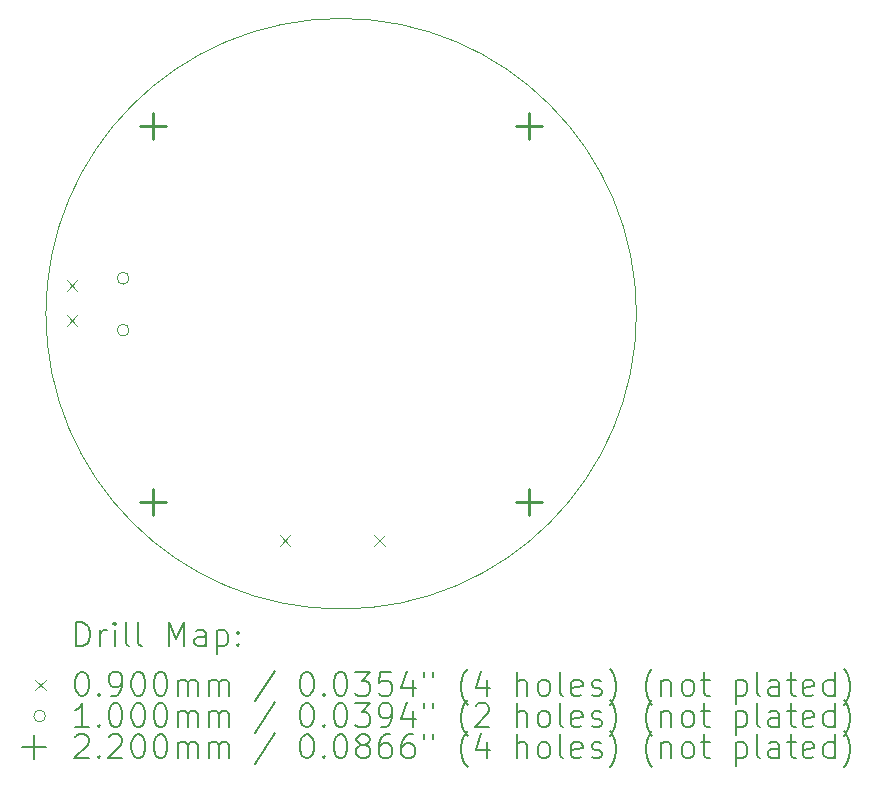
<source format=gbr>
%TF.GenerationSoftware,KiCad,Pcbnew,8.0.1*%
%TF.CreationDate,2024-05-30T23:43:43+05:00*%
%TF.ProjectId,6_layer_MCU,365f6c61-7965-4725-9f4d-43552e6b6963,rev?*%
%TF.SameCoordinates,Original*%
%TF.FileFunction,Drillmap*%
%TF.FilePolarity,Positive*%
%FSLAX45Y45*%
G04 Gerber Fmt 4.5, Leading zero omitted, Abs format (unit mm)*
G04 Created by KiCad (PCBNEW 8.0.1) date 2024-05-30 23:43:43*
%MOMM*%
%LPD*%
G01*
G04 APERTURE LIST*
%ADD10C,0.050000*%
%ADD11C,0.200000*%
%ADD12C,0.100000*%
%ADD13C,0.220000*%
G04 APERTURE END LIST*
D10*
X17793359Y-10150325D02*
G75*
G02*
X12793359Y-10150325I-2500000J0D01*
G01*
X12793359Y-10150325D02*
G75*
G02*
X17793359Y-10150325I2500000J0D01*
G01*
D11*
D12*
X12969500Y-9865000D02*
X13059500Y-9955000D01*
X13059500Y-9865000D02*
X12969500Y-9955000D01*
X12969500Y-10165000D02*
X13059500Y-10255000D01*
X13059500Y-10165000D02*
X12969500Y-10255000D01*
X14772000Y-12025000D02*
X14862000Y-12115000D01*
X14862000Y-12025000D02*
X14772000Y-12115000D01*
X15572000Y-12025000D02*
X15662000Y-12115000D01*
X15662000Y-12025000D02*
X15572000Y-12115000D01*
X13497500Y-9850000D02*
G75*
G02*
X13397500Y-9850000I-50000J0D01*
G01*
X13397500Y-9850000D02*
G75*
G02*
X13497500Y-9850000I50000J0D01*
G01*
X13497500Y-10290000D02*
G75*
G02*
X13397500Y-10290000I-50000J0D01*
G01*
X13397500Y-10290000D02*
G75*
G02*
X13497500Y-10290000I50000J0D01*
G01*
D13*
X13702368Y-8449335D02*
X13702368Y-8669335D01*
X13592368Y-8559335D02*
X13812368Y-8559335D01*
X13702368Y-11631315D02*
X13702368Y-11851315D01*
X13592368Y-11741315D02*
X13812368Y-11741315D01*
X16884349Y-8449335D02*
X16884349Y-8669335D01*
X16774349Y-8559335D02*
X16994349Y-8559335D01*
X16884349Y-11631315D02*
X16884349Y-11851315D01*
X16774349Y-11741315D02*
X16994349Y-11741315D01*
D11*
X13051635Y-12964309D02*
X13051635Y-12764309D01*
X13051635Y-12764309D02*
X13099254Y-12764309D01*
X13099254Y-12764309D02*
X13127826Y-12773832D01*
X13127826Y-12773832D02*
X13146873Y-12792880D01*
X13146873Y-12792880D02*
X13156397Y-12811928D01*
X13156397Y-12811928D02*
X13165921Y-12850023D01*
X13165921Y-12850023D02*
X13165921Y-12878594D01*
X13165921Y-12878594D02*
X13156397Y-12916689D01*
X13156397Y-12916689D02*
X13146873Y-12935737D01*
X13146873Y-12935737D02*
X13127826Y-12954785D01*
X13127826Y-12954785D02*
X13099254Y-12964309D01*
X13099254Y-12964309D02*
X13051635Y-12964309D01*
X13251635Y-12964309D02*
X13251635Y-12830975D01*
X13251635Y-12869070D02*
X13261159Y-12850023D01*
X13261159Y-12850023D02*
X13270683Y-12840499D01*
X13270683Y-12840499D02*
X13289731Y-12830975D01*
X13289731Y-12830975D02*
X13308778Y-12830975D01*
X13375445Y-12964309D02*
X13375445Y-12830975D01*
X13375445Y-12764309D02*
X13365921Y-12773832D01*
X13365921Y-12773832D02*
X13375445Y-12783356D01*
X13375445Y-12783356D02*
X13384969Y-12773832D01*
X13384969Y-12773832D02*
X13375445Y-12764309D01*
X13375445Y-12764309D02*
X13375445Y-12783356D01*
X13499254Y-12964309D02*
X13480207Y-12954785D01*
X13480207Y-12954785D02*
X13470683Y-12935737D01*
X13470683Y-12935737D02*
X13470683Y-12764309D01*
X13604016Y-12964309D02*
X13584969Y-12954785D01*
X13584969Y-12954785D02*
X13575445Y-12935737D01*
X13575445Y-12935737D02*
X13575445Y-12764309D01*
X13832588Y-12964309D02*
X13832588Y-12764309D01*
X13832588Y-12764309D02*
X13899254Y-12907166D01*
X13899254Y-12907166D02*
X13965921Y-12764309D01*
X13965921Y-12764309D02*
X13965921Y-12964309D01*
X14146873Y-12964309D02*
X14146873Y-12859547D01*
X14146873Y-12859547D02*
X14137350Y-12840499D01*
X14137350Y-12840499D02*
X14118302Y-12830975D01*
X14118302Y-12830975D02*
X14080207Y-12830975D01*
X14080207Y-12830975D02*
X14061159Y-12840499D01*
X14146873Y-12954785D02*
X14127826Y-12964309D01*
X14127826Y-12964309D02*
X14080207Y-12964309D01*
X14080207Y-12964309D02*
X14061159Y-12954785D01*
X14061159Y-12954785D02*
X14051635Y-12935737D01*
X14051635Y-12935737D02*
X14051635Y-12916689D01*
X14051635Y-12916689D02*
X14061159Y-12897642D01*
X14061159Y-12897642D02*
X14080207Y-12888118D01*
X14080207Y-12888118D02*
X14127826Y-12888118D01*
X14127826Y-12888118D02*
X14146873Y-12878594D01*
X14242112Y-12830975D02*
X14242112Y-13030975D01*
X14242112Y-12840499D02*
X14261159Y-12830975D01*
X14261159Y-12830975D02*
X14299254Y-12830975D01*
X14299254Y-12830975D02*
X14318302Y-12840499D01*
X14318302Y-12840499D02*
X14327826Y-12850023D01*
X14327826Y-12850023D02*
X14337350Y-12869070D01*
X14337350Y-12869070D02*
X14337350Y-12926213D01*
X14337350Y-12926213D02*
X14327826Y-12945261D01*
X14327826Y-12945261D02*
X14318302Y-12954785D01*
X14318302Y-12954785D02*
X14299254Y-12964309D01*
X14299254Y-12964309D02*
X14261159Y-12964309D01*
X14261159Y-12964309D02*
X14242112Y-12954785D01*
X14423064Y-12945261D02*
X14432588Y-12954785D01*
X14432588Y-12954785D02*
X14423064Y-12964309D01*
X14423064Y-12964309D02*
X14413540Y-12954785D01*
X14413540Y-12954785D02*
X14423064Y-12945261D01*
X14423064Y-12945261D02*
X14423064Y-12964309D01*
X14423064Y-12840499D02*
X14432588Y-12850023D01*
X14432588Y-12850023D02*
X14423064Y-12859547D01*
X14423064Y-12859547D02*
X14413540Y-12850023D01*
X14413540Y-12850023D02*
X14423064Y-12840499D01*
X14423064Y-12840499D02*
X14423064Y-12859547D01*
D12*
X12700859Y-13247825D02*
X12790859Y-13337825D01*
X12790859Y-13247825D02*
X12700859Y-13337825D01*
D11*
X13089731Y-13184309D02*
X13108778Y-13184309D01*
X13108778Y-13184309D02*
X13127826Y-13193832D01*
X13127826Y-13193832D02*
X13137350Y-13203356D01*
X13137350Y-13203356D02*
X13146873Y-13222404D01*
X13146873Y-13222404D02*
X13156397Y-13260499D01*
X13156397Y-13260499D02*
X13156397Y-13308118D01*
X13156397Y-13308118D02*
X13146873Y-13346213D01*
X13146873Y-13346213D02*
X13137350Y-13365261D01*
X13137350Y-13365261D02*
X13127826Y-13374785D01*
X13127826Y-13374785D02*
X13108778Y-13384309D01*
X13108778Y-13384309D02*
X13089731Y-13384309D01*
X13089731Y-13384309D02*
X13070683Y-13374785D01*
X13070683Y-13374785D02*
X13061159Y-13365261D01*
X13061159Y-13365261D02*
X13051635Y-13346213D01*
X13051635Y-13346213D02*
X13042112Y-13308118D01*
X13042112Y-13308118D02*
X13042112Y-13260499D01*
X13042112Y-13260499D02*
X13051635Y-13222404D01*
X13051635Y-13222404D02*
X13061159Y-13203356D01*
X13061159Y-13203356D02*
X13070683Y-13193832D01*
X13070683Y-13193832D02*
X13089731Y-13184309D01*
X13242112Y-13365261D02*
X13251635Y-13374785D01*
X13251635Y-13374785D02*
X13242112Y-13384309D01*
X13242112Y-13384309D02*
X13232588Y-13374785D01*
X13232588Y-13374785D02*
X13242112Y-13365261D01*
X13242112Y-13365261D02*
X13242112Y-13384309D01*
X13346873Y-13384309D02*
X13384969Y-13384309D01*
X13384969Y-13384309D02*
X13404016Y-13374785D01*
X13404016Y-13374785D02*
X13413540Y-13365261D01*
X13413540Y-13365261D02*
X13432588Y-13336689D01*
X13432588Y-13336689D02*
X13442112Y-13298594D01*
X13442112Y-13298594D02*
X13442112Y-13222404D01*
X13442112Y-13222404D02*
X13432588Y-13203356D01*
X13432588Y-13203356D02*
X13423064Y-13193832D01*
X13423064Y-13193832D02*
X13404016Y-13184309D01*
X13404016Y-13184309D02*
X13365921Y-13184309D01*
X13365921Y-13184309D02*
X13346873Y-13193832D01*
X13346873Y-13193832D02*
X13337350Y-13203356D01*
X13337350Y-13203356D02*
X13327826Y-13222404D01*
X13327826Y-13222404D02*
X13327826Y-13270023D01*
X13327826Y-13270023D02*
X13337350Y-13289070D01*
X13337350Y-13289070D02*
X13346873Y-13298594D01*
X13346873Y-13298594D02*
X13365921Y-13308118D01*
X13365921Y-13308118D02*
X13404016Y-13308118D01*
X13404016Y-13308118D02*
X13423064Y-13298594D01*
X13423064Y-13298594D02*
X13432588Y-13289070D01*
X13432588Y-13289070D02*
X13442112Y-13270023D01*
X13565921Y-13184309D02*
X13584969Y-13184309D01*
X13584969Y-13184309D02*
X13604016Y-13193832D01*
X13604016Y-13193832D02*
X13613540Y-13203356D01*
X13613540Y-13203356D02*
X13623064Y-13222404D01*
X13623064Y-13222404D02*
X13632588Y-13260499D01*
X13632588Y-13260499D02*
X13632588Y-13308118D01*
X13632588Y-13308118D02*
X13623064Y-13346213D01*
X13623064Y-13346213D02*
X13613540Y-13365261D01*
X13613540Y-13365261D02*
X13604016Y-13374785D01*
X13604016Y-13374785D02*
X13584969Y-13384309D01*
X13584969Y-13384309D02*
X13565921Y-13384309D01*
X13565921Y-13384309D02*
X13546873Y-13374785D01*
X13546873Y-13374785D02*
X13537350Y-13365261D01*
X13537350Y-13365261D02*
X13527826Y-13346213D01*
X13527826Y-13346213D02*
X13518302Y-13308118D01*
X13518302Y-13308118D02*
X13518302Y-13260499D01*
X13518302Y-13260499D02*
X13527826Y-13222404D01*
X13527826Y-13222404D02*
X13537350Y-13203356D01*
X13537350Y-13203356D02*
X13546873Y-13193832D01*
X13546873Y-13193832D02*
X13565921Y-13184309D01*
X13756397Y-13184309D02*
X13775445Y-13184309D01*
X13775445Y-13184309D02*
X13794493Y-13193832D01*
X13794493Y-13193832D02*
X13804016Y-13203356D01*
X13804016Y-13203356D02*
X13813540Y-13222404D01*
X13813540Y-13222404D02*
X13823064Y-13260499D01*
X13823064Y-13260499D02*
X13823064Y-13308118D01*
X13823064Y-13308118D02*
X13813540Y-13346213D01*
X13813540Y-13346213D02*
X13804016Y-13365261D01*
X13804016Y-13365261D02*
X13794493Y-13374785D01*
X13794493Y-13374785D02*
X13775445Y-13384309D01*
X13775445Y-13384309D02*
X13756397Y-13384309D01*
X13756397Y-13384309D02*
X13737350Y-13374785D01*
X13737350Y-13374785D02*
X13727826Y-13365261D01*
X13727826Y-13365261D02*
X13718302Y-13346213D01*
X13718302Y-13346213D02*
X13708778Y-13308118D01*
X13708778Y-13308118D02*
X13708778Y-13260499D01*
X13708778Y-13260499D02*
X13718302Y-13222404D01*
X13718302Y-13222404D02*
X13727826Y-13203356D01*
X13727826Y-13203356D02*
X13737350Y-13193832D01*
X13737350Y-13193832D02*
X13756397Y-13184309D01*
X13908778Y-13384309D02*
X13908778Y-13250975D01*
X13908778Y-13270023D02*
X13918302Y-13260499D01*
X13918302Y-13260499D02*
X13937350Y-13250975D01*
X13937350Y-13250975D02*
X13965921Y-13250975D01*
X13965921Y-13250975D02*
X13984969Y-13260499D01*
X13984969Y-13260499D02*
X13994493Y-13279547D01*
X13994493Y-13279547D02*
X13994493Y-13384309D01*
X13994493Y-13279547D02*
X14004016Y-13260499D01*
X14004016Y-13260499D02*
X14023064Y-13250975D01*
X14023064Y-13250975D02*
X14051635Y-13250975D01*
X14051635Y-13250975D02*
X14070683Y-13260499D01*
X14070683Y-13260499D02*
X14080207Y-13279547D01*
X14080207Y-13279547D02*
X14080207Y-13384309D01*
X14175445Y-13384309D02*
X14175445Y-13250975D01*
X14175445Y-13270023D02*
X14184969Y-13260499D01*
X14184969Y-13260499D02*
X14204016Y-13250975D01*
X14204016Y-13250975D02*
X14232588Y-13250975D01*
X14232588Y-13250975D02*
X14251635Y-13260499D01*
X14251635Y-13260499D02*
X14261159Y-13279547D01*
X14261159Y-13279547D02*
X14261159Y-13384309D01*
X14261159Y-13279547D02*
X14270683Y-13260499D01*
X14270683Y-13260499D02*
X14289731Y-13250975D01*
X14289731Y-13250975D02*
X14318302Y-13250975D01*
X14318302Y-13250975D02*
X14337350Y-13260499D01*
X14337350Y-13260499D02*
X14346874Y-13279547D01*
X14346874Y-13279547D02*
X14346874Y-13384309D01*
X14737350Y-13174785D02*
X14565921Y-13431928D01*
X14994493Y-13184309D02*
X15013540Y-13184309D01*
X15013540Y-13184309D02*
X15032588Y-13193832D01*
X15032588Y-13193832D02*
X15042112Y-13203356D01*
X15042112Y-13203356D02*
X15051636Y-13222404D01*
X15051636Y-13222404D02*
X15061159Y-13260499D01*
X15061159Y-13260499D02*
X15061159Y-13308118D01*
X15061159Y-13308118D02*
X15051636Y-13346213D01*
X15051636Y-13346213D02*
X15042112Y-13365261D01*
X15042112Y-13365261D02*
X15032588Y-13374785D01*
X15032588Y-13374785D02*
X15013540Y-13384309D01*
X15013540Y-13384309D02*
X14994493Y-13384309D01*
X14994493Y-13384309D02*
X14975445Y-13374785D01*
X14975445Y-13374785D02*
X14965921Y-13365261D01*
X14965921Y-13365261D02*
X14956397Y-13346213D01*
X14956397Y-13346213D02*
X14946874Y-13308118D01*
X14946874Y-13308118D02*
X14946874Y-13260499D01*
X14946874Y-13260499D02*
X14956397Y-13222404D01*
X14956397Y-13222404D02*
X14965921Y-13203356D01*
X14965921Y-13203356D02*
X14975445Y-13193832D01*
X14975445Y-13193832D02*
X14994493Y-13184309D01*
X15146874Y-13365261D02*
X15156397Y-13374785D01*
X15156397Y-13374785D02*
X15146874Y-13384309D01*
X15146874Y-13384309D02*
X15137350Y-13374785D01*
X15137350Y-13374785D02*
X15146874Y-13365261D01*
X15146874Y-13365261D02*
X15146874Y-13384309D01*
X15280207Y-13184309D02*
X15299255Y-13184309D01*
X15299255Y-13184309D02*
X15318302Y-13193832D01*
X15318302Y-13193832D02*
X15327826Y-13203356D01*
X15327826Y-13203356D02*
X15337350Y-13222404D01*
X15337350Y-13222404D02*
X15346874Y-13260499D01*
X15346874Y-13260499D02*
X15346874Y-13308118D01*
X15346874Y-13308118D02*
X15337350Y-13346213D01*
X15337350Y-13346213D02*
X15327826Y-13365261D01*
X15327826Y-13365261D02*
X15318302Y-13374785D01*
X15318302Y-13374785D02*
X15299255Y-13384309D01*
X15299255Y-13384309D02*
X15280207Y-13384309D01*
X15280207Y-13384309D02*
X15261159Y-13374785D01*
X15261159Y-13374785D02*
X15251636Y-13365261D01*
X15251636Y-13365261D02*
X15242112Y-13346213D01*
X15242112Y-13346213D02*
X15232588Y-13308118D01*
X15232588Y-13308118D02*
X15232588Y-13260499D01*
X15232588Y-13260499D02*
X15242112Y-13222404D01*
X15242112Y-13222404D02*
X15251636Y-13203356D01*
X15251636Y-13203356D02*
X15261159Y-13193832D01*
X15261159Y-13193832D02*
X15280207Y-13184309D01*
X15413540Y-13184309D02*
X15537350Y-13184309D01*
X15537350Y-13184309D02*
X15470683Y-13260499D01*
X15470683Y-13260499D02*
X15499255Y-13260499D01*
X15499255Y-13260499D02*
X15518302Y-13270023D01*
X15518302Y-13270023D02*
X15527826Y-13279547D01*
X15527826Y-13279547D02*
X15537350Y-13298594D01*
X15537350Y-13298594D02*
X15537350Y-13346213D01*
X15537350Y-13346213D02*
X15527826Y-13365261D01*
X15527826Y-13365261D02*
X15518302Y-13374785D01*
X15518302Y-13374785D02*
X15499255Y-13384309D01*
X15499255Y-13384309D02*
X15442112Y-13384309D01*
X15442112Y-13384309D02*
X15423064Y-13374785D01*
X15423064Y-13374785D02*
X15413540Y-13365261D01*
X15718302Y-13184309D02*
X15623064Y-13184309D01*
X15623064Y-13184309D02*
X15613540Y-13279547D01*
X15613540Y-13279547D02*
X15623064Y-13270023D01*
X15623064Y-13270023D02*
X15642112Y-13260499D01*
X15642112Y-13260499D02*
X15689731Y-13260499D01*
X15689731Y-13260499D02*
X15708778Y-13270023D01*
X15708778Y-13270023D02*
X15718302Y-13279547D01*
X15718302Y-13279547D02*
X15727826Y-13298594D01*
X15727826Y-13298594D02*
X15727826Y-13346213D01*
X15727826Y-13346213D02*
X15718302Y-13365261D01*
X15718302Y-13365261D02*
X15708778Y-13374785D01*
X15708778Y-13374785D02*
X15689731Y-13384309D01*
X15689731Y-13384309D02*
X15642112Y-13384309D01*
X15642112Y-13384309D02*
X15623064Y-13374785D01*
X15623064Y-13374785D02*
X15613540Y-13365261D01*
X15899255Y-13250975D02*
X15899255Y-13384309D01*
X15851636Y-13174785D02*
X15804017Y-13317642D01*
X15804017Y-13317642D02*
X15927826Y-13317642D01*
X15994493Y-13184309D02*
X15994493Y-13222404D01*
X16070683Y-13184309D02*
X16070683Y-13222404D01*
X16365921Y-13460499D02*
X16356398Y-13450975D01*
X16356398Y-13450975D02*
X16337350Y-13422404D01*
X16337350Y-13422404D02*
X16327826Y-13403356D01*
X16327826Y-13403356D02*
X16318302Y-13374785D01*
X16318302Y-13374785D02*
X16308779Y-13327166D01*
X16308779Y-13327166D02*
X16308779Y-13289070D01*
X16308779Y-13289070D02*
X16318302Y-13241451D01*
X16318302Y-13241451D02*
X16327826Y-13212880D01*
X16327826Y-13212880D02*
X16337350Y-13193832D01*
X16337350Y-13193832D02*
X16356398Y-13165261D01*
X16356398Y-13165261D02*
X16365921Y-13155737D01*
X16527826Y-13250975D02*
X16527826Y-13384309D01*
X16480207Y-13174785D02*
X16432588Y-13317642D01*
X16432588Y-13317642D02*
X16556398Y-13317642D01*
X16784969Y-13384309D02*
X16784969Y-13184309D01*
X16870683Y-13384309D02*
X16870683Y-13279547D01*
X16870683Y-13279547D02*
X16861160Y-13260499D01*
X16861160Y-13260499D02*
X16842112Y-13250975D01*
X16842112Y-13250975D02*
X16813541Y-13250975D01*
X16813541Y-13250975D02*
X16794493Y-13260499D01*
X16794493Y-13260499D02*
X16784969Y-13270023D01*
X16994493Y-13384309D02*
X16975445Y-13374785D01*
X16975445Y-13374785D02*
X16965922Y-13365261D01*
X16965922Y-13365261D02*
X16956398Y-13346213D01*
X16956398Y-13346213D02*
X16956398Y-13289070D01*
X16956398Y-13289070D02*
X16965922Y-13270023D01*
X16965922Y-13270023D02*
X16975445Y-13260499D01*
X16975445Y-13260499D02*
X16994493Y-13250975D01*
X16994493Y-13250975D02*
X17023064Y-13250975D01*
X17023064Y-13250975D02*
X17042112Y-13260499D01*
X17042112Y-13260499D02*
X17051636Y-13270023D01*
X17051636Y-13270023D02*
X17061160Y-13289070D01*
X17061160Y-13289070D02*
X17061160Y-13346213D01*
X17061160Y-13346213D02*
X17051636Y-13365261D01*
X17051636Y-13365261D02*
X17042112Y-13374785D01*
X17042112Y-13374785D02*
X17023064Y-13384309D01*
X17023064Y-13384309D02*
X16994493Y-13384309D01*
X17175445Y-13384309D02*
X17156398Y-13374785D01*
X17156398Y-13374785D02*
X17146874Y-13355737D01*
X17146874Y-13355737D02*
X17146874Y-13184309D01*
X17327826Y-13374785D02*
X17308779Y-13384309D01*
X17308779Y-13384309D02*
X17270683Y-13384309D01*
X17270683Y-13384309D02*
X17251636Y-13374785D01*
X17251636Y-13374785D02*
X17242112Y-13355737D01*
X17242112Y-13355737D02*
X17242112Y-13279547D01*
X17242112Y-13279547D02*
X17251636Y-13260499D01*
X17251636Y-13260499D02*
X17270683Y-13250975D01*
X17270683Y-13250975D02*
X17308779Y-13250975D01*
X17308779Y-13250975D02*
X17327826Y-13260499D01*
X17327826Y-13260499D02*
X17337350Y-13279547D01*
X17337350Y-13279547D02*
X17337350Y-13298594D01*
X17337350Y-13298594D02*
X17242112Y-13317642D01*
X17413541Y-13374785D02*
X17432588Y-13384309D01*
X17432588Y-13384309D02*
X17470683Y-13384309D01*
X17470683Y-13384309D02*
X17489731Y-13374785D01*
X17489731Y-13374785D02*
X17499255Y-13355737D01*
X17499255Y-13355737D02*
X17499255Y-13346213D01*
X17499255Y-13346213D02*
X17489731Y-13327166D01*
X17489731Y-13327166D02*
X17470683Y-13317642D01*
X17470683Y-13317642D02*
X17442112Y-13317642D01*
X17442112Y-13317642D02*
X17423064Y-13308118D01*
X17423064Y-13308118D02*
X17413541Y-13289070D01*
X17413541Y-13289070D02*
X17413541Y-13279547D01*
X17413541Y-13279547D02*
X17423064Y-13260499D01*
X17423064Y-13260499D02*
X17442112Y-13250975D01*
X17442112Y-13250975D02*
X17470683Y-13250975D01*
X17470683Y-13250975D02*
X17489731Y-13260499D01*
X17565922Y-13460499D02*
X17575445Y-13450975D01*
X17575445Y-13450975D02*
X17594493Y-13422404D01*
X17594493Y-13422404D02*
X17604017Y-13403356D01*
X17604017Y-13403356D02*
X17613541Y-13374785D01*
X17613541Y-13374785D02*
X17623064Y-13327166D01*
X17623064Y-13327166D02*
X17623064Y-13289070D01*
X17623064Y-13289070D02*
X17613541Y-13241451D01*
X17613541Y-13241451D02*
X17604017Y-13212880D01*
X17604017Y-13212880D02*
X17594493Y-13193832D01*
X17594493Y-13193832D02*
X17575445Y-13165261D01*
X17575445Y-13165261D02*
X17565922Y-13155737D01*
X17927826Y-13460499D02*
X17918303Y-13450975D01*
X17918303Y-13450975D02*
X17899255Y-13422404D01*
X17899255Y-13422404D02*
X17889731Y-13403356D01*
X17889731Y-13403356D02*
X17880207Y-13374785D01*
X17880207Y-13374785D02*
X17870684Y-13327166D01*
X17870684Y-13327166D02*
X17870684Y-13289070D01*
X17870684Y-13289070D02*
X17880207Y-13241451D01*
X17880207Y-13241451D02*
X17889731Y-13212880D01*
X17889731Y-13212880D02*
X17899255Y-13193832D01*
X17899255Y-13193832D02*
X17918303Y-13165261D01*
X17918303Y-13165261D02*
X17927826Y-13155737D01*
X18004017Y-13250975D02*
X18004017Y-13384309D01*
X18004017Y-13270023D02*
X18013541Y-13260499D01*
X18013541Y-13260499D02*
X18032588Y-13250975D01*
X18032588Y-13250975D02*
X18061160Y-13250975D01*
X18061160Y-13250975D02*
X18080207Y-13260499D01*
X18080207Y-13260499D02*
X18089731Y-13279547D01*
X18089731Y-13279547D02*
X18089731Y-13384309D01*
X18213541Y-13384309D02*
X18194493Y-13374785D01*
X18194493Y-13374785D02*
X18184969Y-13365261D01*
X18184969Y-13365261D02*
X18175445Y-13346213D01*
X18175445Y-13346213D02*
X18175445Y-13289070D01*
X18175445Y-13289070D02*
X18184969Y-13270023D01*
X18184969Y-13270023D02*
X18194493Y-13260499D01*
X18194493Y-13260499D02*
X18213541Y-13250975D01*
X18213541Y-13250975D02*
X18242112Y-13250975D01*
X18242112Y-13250975D02*
X18261160Y-13260499D01*
X18261160Y-13260499D02*
X18270684Y-13270023D01*
X18270684Y-13270023D02*
X18280207Y-13289070D01*
X18280207Y-13289070D02*
X18280207Y-13346213D01*
X18280207Y-13346213D02*
X18270684Y-13365261D01*
X18270684Y-13365261D02*
X18261160Y-13374785D01*
X18261160Y-13374785D02*
X18242112Y-13384309D01*
X18242112Y-13384309D02*
X18213541Y-13384309D01*
X18337350Y-13250975D02*
X18413541Y-13250975D01*
X18365922Y-13184309D02*
X18365922Y-13355737D01*
X18365922Y-13355737D02*
X18375445Y-13374785D01*
X18375445Y-13374785D02*
X18394493Y-13384309D01*
X18394493Y-13384309D02*
X18413541Y-13384309D01*
X18632588Y-13250975D02*
X18632588Y-13450975D01*
X18632588Y-13260499D02*
X18651636Y-13250975D01*
X18651636Y-13250975D02*
X18689731Y-13250975D01*
X18689731Y-13250975D02*
X18708779Y-13260499D01*
X18708779Y-13260499D02*
X18718303Y-13270023D01*
X18718303Y-13270023D02*
X18727826Y-13289070D01*
X18727826Y-13289070D02*
X18727826Y-13346213D01*
X18727826Y-13346213D02*
X18718303Y-13365261D01*
X18718303Y-13365261D02*
X18708779Y-13374785D01*
X18708779Y-13374785D02*
X18689731Y-13384309D01*
X18689731Y-13384309D02*
X18651636Y-13384309D01*
X18651636Y-13384309D02*
X18632588Y-13374785D01*
X18842112Y-13384309D02*
X18823065Y-13374785D01*
X18823065Y-13374785D02*
X18813541Y-13355737D01*
X18813541Y-13355737D02*
X18813541Y-13184309D01*
X19004017Y-13384309D02*
X19004017Y-13279547D01*
X19004017Y-13279547D02*
X18994493Y-13260499D01*
X18994493Y-13260499D02*
X18975446Y-13250975D01*
X18975446Y-13250975D02*
X18937350Y-13250975D01*
X18937350Y-13250975D02*
X18918303Y-13260499D01*
X19004017Y-13374785D02*
X18984969Y-13384309D01*
X18984969Y-13384309D02*
X18937350Y-13384309D01*
X18937350Y-13384309D02*
X18918303Y-13374785D01*
X18918303Y-13374785D02*
X18908779Y-13355737D01*
X18908779Y-13355737D02*
X18908779Y-13336689D01*
X18908779Y-13336689D02*
X18918303Y-13317642D01*
X18918303Y-13317642D02*
X18937350Y-13308118D01*
X18937350Y-13308118D02*
X18984969Y-13308118D01*
X18984969Y-13308118D02*
X19004017Y-13298594D01*
X19070684Y-13250975D02*
X19146874Y-13250975D01*
X19099255Y-13184309D02*
X19099255Y-13355737D01*
X19099255Y-13355737D02*
X19108779Y-13374785D01*
X19108779Y-13374785D02*
X19127826Y-13384309D01*
X19127826Y-13384309D02*
X19146874Y-13384309D01*
X19289731Y-13374785D02*
X19270684Y-13384309D01*
X19270684Y-13384309D02*
X19232588Y-13384309D01*
X19232588Y-13384309D02*
X19213541Y-13374785D01*
X19213541Y-13374785D02*
X19204017Y-13355737D01*
X19204017Y-13355737D02*
X19204017Y-13279547D01*
X19204017Y-13279547D02*
X19213541Y-13260499D01*
X19213541Y-13260499D02*
X19232588Y-13250975D01*
X19232588Y-13250975D02*
X19270684Y-13250975D01*
X19270684Y-13250975D02*
X19289731Y-13260499D01*
X19289731Y-13260499D02*
X19299255Y-13279547D01*
X19299255Y-13279547D02*
X19299255Y-13298594D01*
X19299255Y-13298594D02*
X19204017Y-13317642D01*
X19470684Y-13384309D02*
X19470684Y-13184309D01*
X19470684Y-13374785D02*
X19451636Y-13384309D01*
X19451636Y-13384309D02*
X19413541Y-13384309D01*
X19413541Y-13384309D02*
X19394493Y-13374785D01*
X19394493Y-13374785D02*
X19384969Y-13365261D01*
X19384969Y-13365261D02*
X19375446Y-13346213D01*
X19375446Y-13346213D02*
X19375446Y-13289070D01*
X19375446Y-13289070D02*
X19384969Y-13270023D01*
X19384969Y-13270023D02*
X19394493Y-13260499D01*
X19394493Y-13260499D02*
X19413541Y-13250975D01*
X19413541Y-13250975D02*
X19451636Y-13250975D01*
X19451636Y-13250975D02*
X19470684Y-13260499D01*
X19546874Y-13460499D02*
X19556398Y-13450975D01*
X19556398Y-13450975D02*
X19575446Y-13422404D01*
X19575446Y-13422404D02*
X19584969Y-13403356D01*
X19584969Y-13403356D02*
X19594493Y-13374785D01*
X19594493Y-13374785D02*
X19604017Y-13327166D01*
X19604017Y-13327166D02*
X19604017Y-13289070D01*
X19604017Y-13289070D02*
X19594493Y-13241451D01*
X19594493Y-13241451D02*
X19584969Y-13212880D01*
X19584969Y-13212880D02*
X19575446Y-13193832D01*
X19575446Y-13193832D02*
X19556398Y-13165261D01*
X19556398Y-13165261D02*
X19546874Y-13155737D01*
D12*
X12790859Y-13556825D02*
G75*
G02*
X12690859Y-13556825I-50000J0D01*
G01*
X12690859Y-13556825D02*
G75*
G02*
X12790859Y-13556825I50000J0D01*
G01*
D11*
X13156397Y-13648309D02*
X13042112Y-13648309D01*
X13099254Y-13648309D02*
X13099254Y-13448309D01*
X13099254Y-13448309D02*
X13080207Y-13476880D01*
X13080207Y-13476880D02*
X13061159Y-13495928D01*
X13061159Y-13495928D02*
X13042112Y-13505451D01*
X13242112Y-13629261D02*
X13251635Y-13638785D01*
X13251635Y-13638785D02*
X13242112Y-13648309D01*
X13242112Y-13648309D02*
X13232588Y-13638785D01*
X13232588Y-13638785D02*
X13242112Y-13629261D01*
X13242112Y-13629261D02*
X13242112Y-13648309D01*
X13375445Y-13448309D02*
X13394493Y-13448309D01*
X13394493Y-13448309D02*
X13413540Y-13457832D01*
X13413540Y-13457832D02*
X13423064Y-13467356D01*
X13423064Y-13467356D02*
X13432588Y-13486404D01*
X13432588Y-13486404D02*
X13442112Y-13524499D01*
X13442112Y-13524499D02*
X13442112Y-13572118D01*
X13442112Y-13572118D02*
X13432588Y-13610213D01*
X13432588Y-13610213D02*
X13423064Y-13629261D01*
X13423064Y-13629261D02*
X13413540Y-13638785D01*
X13413540Y-13638785D02*
X13394493Y-13648309D01*
X13394493Y-13648309D02*
X13375445Y-13648309D01*
X13375445Y-13648309D02*
X13356397Y-13638785D01*
X13356397Y-13638785D02*
X13346873Y-13629261D01*
X13346873Y-13629261D02*
X13337350Y-13610213D01*
X13337350Y-13610213D02*
X13327826Y-13572118D01*
X13327826Y-13572118D02*
X13327826Y-13524499D01*
X13327826Y-13524499D02*
X13337350Y-13486404D01*
X13337350Y-13486404D02*
X13346873Y-13467356D01*
X13346873Y-13467356D02*
X13356397Y-13457832D01*
X13356397Y-13457832D02*
X13375445Y-13448309D01*
X13565921Y-13448309D02*
X13584969Y-13448309D01*
X13584969Y-13448309D02*
X13604016Y-13457832D01*
X13604016Y-13457832D02*
X13613540Y-13467356D01*
X13613540Y-13467356D02*
X13623064Y-13486404D01*
X13623064Y-13486404D02*
X13632588Y-13524499D01*
X13632588Y-13524499D02*
X13632588Y-13572118D01*
X13632588Y-13572118D02*
X13623064Y-13610213D01*
X13623064Y-13610213D02*
X13613540Y-13629261D01*
X13613540Y-13629261D02*
X13604016Y-13638785D01*
X13604016Y-13638785D02*
X13584969Y-13648309D01*
X13584969Y-13648309D02*
X13565921Y-13648309D01*
X13565921Y-13648309D02*
X13546873Y-13638785D01*
X13546873Y-13638785D02*
X13537350Y-13629261D01*
X13537350Y-13629261D02*
X13527826Y-13610213D01*
X13527826Y-13610213D02*
X13518302Y-13572118D01*
X13518302Y-13572118D02*
X13518302Y-13524499D01*
X13518302Y-13524499D02*
X13527826Y-13486404D01*
X13527826Y-13486404D02*
X13537350Y-13467356D01*
X13537350Y-13467356D02*
X13546873Y-13457832D01*
X13546873Y-13457832D02*
X13565921Y-13448309D01*
X13756397Y-13448309D02*
X13775445Y-13448309D01*
X13775445Y-13448309D02*
X13794493Y-13457832D01*
X13794493Y-13457832D02*
X13804016Y-13467356D01*
X13804016Y-13467356D02*
X13813540Y-13486404D01*
X13813540Y-13486404D02*
X13823064Y-13524499D01*
X13823064Y-13524499D02*
X13823064Y-13572118D01*
X13823064Y-13572118D02*
X13813540Y-13610213D01*
X13813540Y-13610213D02*
X13804016Y-13629261D01*
X13804016Y-13629261D02*
X13794493Y-13638785D01*
X13794493Y-13638785D02*
X13775445Y-13648309D01*
X13775445Y-13648309D02*
X13756397Y-13648309D01*
X13756397Y-13648309D02*
X13737350Y-13638785D01*
X13737350Y-13638785D02*
X13727826Y-13629261D01*
X13727826Y-13629261D02*
X13718302Y-13610213D01*
X13718302Y-13610213D02*
X13708778Y-13572118D01*
X13708778Y-13572118D02*
X13708778Y-13524499D01*
X13708778Y-13524499D02*
X13718302Y-13486404D01*
X13718302Y-13486404D02*
X13727826Y-13467356D01*
X13727826Y-13467356D02*
X13737350Y-13457832D01*
X13737350Y-13457832D02*
X13756397Y-13448309D01*
X13908778Y-13648309D02*
X13908778Y-13514975D01*
X13908778Y-13534023D02*
X13918302Y-13524499D01*
X13918302Y-13524499D02*
X13937350Y-13514975D01*
X13937350Y-13514975D02*
X13965921Y-13514975D01*
X13965921Y-13514975D02*
X13984969Y-13524499D01*
X13984969Y-13524499D02*
X13994493Y-13543547D01*
X13994493Y-13543547D02*
X13994493Y-13648309D01*
X13994493Y-13543547D02*
X14004016Y-13524499D01*
X14004016Y-13524499D02*
X14023064Y-13514975D01*
X14023064Y-13514975D02*
X14051635Y-13514975D01*
X14051635Y-13514975D02*
X14070683Y-13524499D01*
X14070683Y-13524499D02*
X14080207Y-13543547D01*
X14080207Y-13543547D02*
X14080207Y-13648309D01*
X14175445Y-13648309D02*
X14175445Y-13514975D01*
X14175445Y-13534023D02*
X14184969Y-13524499D01*
X14184969Y-13524499D02*
X14204016Y-13514975D01*
X14204016Y-13514975D02*
X14232588Y-13514975D01*
X14232588Y-13514975D02*
X14251635Y-13524499D01*
X14251635Y-13524499D02*
X14261159Y-13543547D01*
X14261159Y-13543547D02*
X14261159Y-13648309D01*
X14261159Y-13543547D02*
X14270683Y-13524499D01*
X14270683Y-13524499D02*
X14289731Y-13514975D01*
X14289731Y-13514975D02*
X14318302Y-13514975D01*
X14318302Y-13514975D02*
X14337350Y-13524499D01*
X14337350Y-13524499D02*
X14346874Y-13543547D01*
X14346874Y-13543547D02*
X14346874Y-13648309D01*
X14737350Y-13438785D02*
X14565921Y-13695928D01*
X14994493Y-13448309D02*
X15013540Y-13448309D01*
X15013540Y-13448309D02*
X15032588Y-13457832D01*
X15032588Y-13457832D02*
X15042112Y-13467356D01*
X15042112Y-13467356D02*
X15051636Y-13486404D01*
X15051636Y-13486404D02*
X15061159Y-13524499D01*
X15061159Y-13524499D02*
X15061159Y-13572118D01*
X15061159Y-13572118D02*
X15051636Y-13610213D01*
X15051636Y-13610213D02*
X15042112Y-13629261D01*
X15042112Y-13629261D02*
X15032588Y-13638785D01*
X15032588Y-13638785D02*
X15013540Y-13648309D01*
X15013540Y-13648309D02*
X14994493Y-13648309D01*
X14994493Y-13648309D02*
X14975445Y-13638785D01*
X14975445Y-13638785D02*
X14965921Y-13629261D01*
X14965921Y-13629261D02*
X14956397Y-13610213D01*
X14956397Y-13610213D02*
X14946874Y-13572118D01*
X14946874Y-13572118D02*
X14946874Y-13524499D01*
X14946874Y-13524499D02*
X14956397Y-13486404D01*
X14956397Y-13486404D02*
X14965921Y-13467356D01*
X14965921Y-13467356D02*
X14975445Y-13457832D01*
X14975445Y-13457832D02*
X14994493Y-13448309D01*
X15146874Y-13629261D02*
X15156397Y-13638785D01*
X15156397Y-13638785D02*
X15146874Y-13648309D01*
X15146874Y-13648309D02*
X15137350Y-13638785D01*
X15137350Y-13638785D02*
X15146874Y-13629261D01*
X15146874Y-13629261D02*
X15146874Y-13648309D01*
X15280207Y-13448309D02*
X15299255Y-13448309D01*
X15299255Y-13448309D02*
X15318302Y-13457832D01*
X15318302Y-13457832D02*
X15327826Y-13467356D01*
X15327826Y-13467356D02*
X15337350Y-13486404D01*
X15337350Y-13486404D02*
X15346874Y-13524499D01*
X15346874Y-13524499D02*
X15346874Y-13572118D01*
X15346874Y-13572118D02*
X15337350Y-13610213D01*
X15337350Y-13610213D02*
X15327826Y-13629261D01*
X15327826Y-13629261D02*
X15318302Y-13638785D01*
X15318302Y-13638785D02*
X15299255Y-13648309D01*
X15299255Y-13648309D02*
X15280207Y-13648309D01*
X15280207Y-13648309D02*
X15261159Y-13638785D01*
X15261159Y-13638785D02*
X15251636Y-13629261D01*
X15251636Y-13629261D02*
X15242112Y-13610213D01*
X15242112Y-13610213D02*
X15232588Y-13572118D01*
X15232588Y-13572118D02*
X15232588Y-13524499D01*
X15232588Y-13524499D02*
X15242112Y-13486404D01*
X15242112Y-13486404D02*
X15251636Y-13467356D01*
X15251636Y-13467356D02*
X15261159Y-13457832D01*
X15261159Y-13457832D02*
X15280207Y-13448309D01*
X15413540Y-13448309D02*
X15537350Y-13448309D01*
X15537350Y-13448309D02*
X15470683Y-13524499D01*
X15470683Y-13524499D02*
X15499255Y-13524499D01*
X15499255Y-13524499D02*
X15518302Y-13534023D01*
X15518302Y-13534023D02*
X15527826Y-13543547D01*
X15527826Y-13543547D02*
X15537350Y-13562594D01*
X15537350Y-13562594D02*
X15537350Y-13610213D01*
X15537350Y-13610213D02*
X15527826Y-13629261D01*
X15527826Y-13629261D02*
X15518302Y-13638785D01*
X15518302Y-13638785D02*
X15499255Y-13648309D01*
X15499255Y-13648309D02*
X15442112Y-13648309D01*
X15442112Y-13648309D02*
X15423064Y-13638785D01*
X15423064Y-13638785D02*
X15413540Y-13629261D01*
X15632588Y-13648309D02*
X15670683Y-13648309D01*
X15670683Y-13648309D02*
X15689731Y-13638785D01*
X15689731Y-13638785D02*
X15699255Y-13629261D01*
X15699255Y-13629261D02*
X15718302Y-13600689D01*
X15718302Y-13600689D02*
X15727826Y-13562594D01*
X15727826Y-13562594D02*
X15727826Y-13486404D01*
X15727826Y-13486404D02*
X15718302Y-13467356D01*
X15718302Y-13467356D02*
X15708778Y-13457832D01*
X15708778Y-13457832D02*
X15689731Y-13448309D01*
X15689731Y-13448309D02*
X15651636Y-13448309D01*
X15651636Y-13448309D02*
X15632588Y-13457832D01*
X15632588Y-13457832D02*
X15623064Y-13467356D01*
X15623064Y-13467356D02*
X15613540Y-13486404D01*
X15613540Y-13486404D02*
X15613540Y-13534023D01*
X15613540Y-13534023D02*
X15623064Y-13553070D01*
X15623064Y-13553070D02*
X15632588Y-13562594D01*
X15632588Y-13562594D02*
X15651636Y-13572118D01*
X15651636Y-13572118D02*
X15689731Y-13572118D01*
X15689731Y-13572118D02*
X15708778Y-13562594D01*
X15708778Y-13562594D02*
X15718302Y-13553070D01*
X15718302Y-13553070D02*
X15727826Y-13534023D01*
X15899255Y-13514975D02*
X15899255Y-13648309D01*
X15851636Y-13438785D02*
X15804017Y-13581642D01*
X15804017Y-13581642D02*
X15927826Y-13581642D01*
X15994493Y-13448309D02*
X15994493Y-13486404D01*
X16070683Y-13448309D02*
X16070683Y-13486404D01*
X16365921Y-13724499D02*
X16356398Y-13714975D01*
X16356398Y-13714975D02*
X16337350Y-13686404D01*
X16337350Y-13686404D02*
X16327826Y-13667356D01*
X16327826Y-13667356D02*
X16318302Y-13638785D01*
X16318302Y-13638785D02*
X16308779Y-13591166D01*
X16308779Y-13591166D02*
X16308779Y-13553070D01*
X16308779Y-13553070D02*
X16318302Y-13505451D01*
X16318302Y-13505451D02*
X16327826Y-13476880D01*
X16327826Y-13476880D02*
X16337350Y-13457832D01*
X16337350Y-13457832D02*
X16356398Y-13429261D01*
X16356398Y-13429261D02*
X16365921Y-13419737D01*
X16432588Y-13467356D02*
X16442112Y-13457832D01*
X16442112Y-13457832D02*
X16461159Y-13448309D01*
X16461159Y-13448309D02*
X16508779Y-13448309D01*
X16508779Y-13448309D02*
X16527826Y-13457832D01*
X16527826Y-13457832D02*
X16537350Y-13467356D01*
X16537350Y-13467356D02*
X16546874Y-13486404D01*
X16546874Y-13486404D02*
X16546874Y-13505451D01*
X16546874Y-13505451D02*
X16537350Y-13534023D01*
X16537350Y-13534023D02*
X16423064Y-13648309D01*
X16423064Y-13648309D02*
X16546874Y-13648309D01*
X16784969Y-13648309D02*
X16784969Y-13448309D01*
X16870683Y-13648309D02*
X16870683Y-13543547D01*
X16870683Y-13543547D02*
X16861160Y-13524499D01*
X16861160Y-13524499D02*
X16842112Y-13514975D01*
X16842112Y-13514975D02*
X16813541Y-13514975D01*
X16813541Y-13514975D02*
X16794493Y-13524499D01*
X16794493Y-13524499D02*
X16784969Y-13534023D01*
X16994493Y-13648309D02*
X16975445Y-13638785D01*
X16975445Y-13638785D02*
X16965922Y-13629261D01*
X16965922Y-13629261D02*
X16956398Y-13610213D01*
X16956398Y-13610213D02*
X16956398Y-13553070D01*
X16956398Y-13553070D02*
X16965922Y-13534023D01*
X16965922Y-13534023D02*
X16975445Y-13524499D01*
X16975445Y-13524499D02*
X16994493Y-13514975D01*
X16994493Y-13514975D02*
X17023064Y-13514975D01*
X17023064Y-13514975D02*
X17042112Y-13524499D01*
X17042112Y-13524499D02*
X17051636Y-13534023D01*
X17051636Y-13534023D02*
X17061160Y-13553070D01*
X17061160Y-13553070D02*
X17061160Y-13610213D01*
X17061160Y-13610213D02*
X17051636Y-13629261D01*
X17051636Y-13629261D02*
X17042112Y-13638785D01*
X17042112Y-13638785D02*
X17023064Y-13648309D01*
X17023064Y-13648309D02*
X16994493Y-13648309D01*
X17175445Y-13648309D02*
X17156398Y-13638785D01*
X17156398Y-13638785D02*
X17146874Y-13619737D01*
X17146874Y-13619737D02*
X17146874Y-13448309D01*
X17327826Y-13638785D02*
X17308779Y-13648309D01*
X17308779Y-13648309D02*
X17270683Y-13648309D01*
X17270683Y-13648309D02*
X17251636Y-13638785D01*
X17251636Y-13638785D02*
X17242112Y-13619737D01*
X17242112Y-13619737D02*
X17242112Y-13543547D01*
X17242112Y-13543547D02*
X17251636Y-13524499D01*
X17251636Y-13524499D02*
X17270683Y-13514975D01*
X17270683Y-13514975D02*
X17308779Y-13514975D01*
X17308779Y-13514975D02*
X17327826Y-13524499D01*
X17327826Y-13524499D02*
X17337350Y-13543547D01*
X17337350Y-13543547D02*
X17337350Y-13562594D01*
X17337350Y-13562594D02*
X17242112Y-13581642D01*
X17413541Y-13638785D02*
X17432588Y-13648309D01*
X17432588Y-13648309D02*
X17470683Y-13648309D01*
X17470683Y-13648309D02*
X17489731Y-13638785D01*
X17489731Y-13638785D02*
X17499255Y-13619737D01*
X17499255Y-13619737D02*
X17499255Y-13610213D01*
X17499255Y-13610213D02*
X17489731Y-13591166D01*
X17489731Y-13591166D02*
X17470683Y-13581642D01*
X17470683Y-13581642D02*
X17442112Y-13581642D01*
X17442112Y-13581642D02*
X17423064Y-13572118D01*
X17423064Y-13572118D02*
X17413541Y-13553070D01*
X17413541Y-13553070D02*
X17413541Y-13543547D01*
X17413541Y-13543547D02*
X17423064Y-13524499D01*
X17423064Y-13524499D02*
X17442112Y-13514975D01*
X17442112Y-13514975D02*
X17470683Y-13514975D01*
X17470683Y-13514975D02*
X17489731Y-13524499D01*
X17565922Y-13724499D02*
X17575445Y-13714975D01*
X17575445Y-13714975D02*
X17594493Y-13686404D01*
X17594493Y-13686404D02*
X17604017Y-13667356D01*
X17604017Y-13667356D02*
X17613541Y-13638785D01*
X17613541Y-13638785D02*
X17623064Y-13591166D01*
X17623064Y-13591166D02*
X17623064Y-13553070D01*
X17623064Y-13553070D02*
X17613541Y-13505451D01*
X17613541Y-13505451D02*
X17604017Y-13476880D01*
X17604017Y-13476880D02*
X17594493Y-13457832D01*
X17594493Y-13457832D02*
X17575445Y-13429261D01*
X17575445Y-13429261D02*
X17565922Y-13419737D01*
X17927826Y-13724499D02*
X17918303Y-13714975D01*
X17918303Y-13714975D02*
X17899255Y-13686404D01*
X17899255Y-13686404D02*
X17889731Y-13667356D01*
X17889731Y-13667356D02*
X17880207Y-13638785D01*
X17880207Y-13638785D02*
X17870684Y-13591166D01*
X17870684Y-13591166D02*
X17870684Y-13553070D01*
X17870684Y-13553070D02*
X17880207Y-13505451D01*
X17880207Y-13505451D02*
X17889731Y-13476880D01*
X17889731Y-13476880D02*
X17899255Y-13457832D01*
X17899255Y-13457832D02*
X17918303Y-13429261D01*
X17918303Y-13429261D02*
X17927826Y-13419737D01*
X18004017Y-13514975D02*
X18004017Y-13648309D01*
X18004017Y-13534023D02*
X18013541Y-13524499D01*
X18013541Y-13524499D02*
X18032588Y-13514975D01*
X18032588Y-13514975D02*
X18061160Y-13514975D01*
X18061160Y-13514975D02*
X18080207Y-13524499D01*
X18080207Y-13524499D02*
X18089731Y-13543547D01*
X18089731Y-13543547D02*
X18089731Y-13648309D01*
X18213541Y-13648309D02*
X18194493Y-13638785D01*
X18194493Y-13638785D02*
X18184969Y-13629261D01*
X18184969Y-13629261D02*
X18175445Y-13610213D01*
X18175445Y-13610213D02*
X18175445Y-13553070D01*
X18175445Y-13553070D02*
X18184969Y-13534023D01*
X18184969Y-13534023D02*
X18194493Y-13524499D01*
X18194493Y-13524499D02*
X18213541Y-13514975D01*
X18213541Y-13514975D02*
X18242112Y-13514975D01*
X18242112Y-13514975D02*
X18261160Y-13524499D01*
X18261160Y-13524499D02*
X18270684Y-13534023D01*
X18270684Y-13534023D02*
X18280207Y-13553070D01*
X18280207Y-13553070D02*
X18280207Y-13610213D01*
X18280207Y-13610213D02*
X18270684Y-13629261D01*
X18270684Y-13629261D02*
X18261160Y-13638785D01*
X18261160Y-13638785D02*
X18242112Y-13648309D01*
X18242112Y-13648309D02*
X18213541Y-13648309D01*
X18337350Y-13514975D02*
X18413541Y-13514975D01*
X18365922Y-13448309D02*
X18365922Y-13619737D01*
X18365922Y-13619737D02*
X18375445Y-13638785D01*
X18375445Y-13638785D02*
X18394493Y-13648309D01*
X18394493Y-13648309D02*
X18413541Y-13648309D01*
X18632588Y-13514975D02*
X18632588Y-13714975D01*
X18632588Y-13524499D02*
X18651636Y-13514975D01*
X18651636Y-13514975D02*
X18689731Y-13514975D01*
X18689731Y-13514975D02*
X18708779Y-13524499D01*
X18708779Y-13524499D02*
X18718303Y-13534023D01*
X18718303Y-13534023D02*
X18727826Y-13553070D01*
X18727826Y-13553070D02*
X18727826Y-13610213D01*
X18727826Y-13610213D02*
X18718303Y-13629261D01*
X18718303Y-13629261D02*
X18708779Y-13638785D01*
X18708779Y-13638785D02*
X18689731Y-13648309D01*
X18689731Y-13648309D02*
X18651636Y-13648309D01*
X18651636Y-13648309D02*
X18632588Y-13638785D01*
X18842112Y-13648309D02*
X18823065Y-13638785D01*
X18823065Y-13638785D02*
X18813541Y-13619737D01*
X18813541Y-13619737D02*
X18813541Y-13448309D01*
X19004017Y-13648309D02*
X19004017Y-13543547D01*
X19004017Y-13543547D02*
X18994493Y-13524499D01*
X18994493Y-13524499D02*
X18975446Y-13514975D01*
X18975446Y-13514975D02*
X18937350Y-13514975D01*
X18937350Y-13514975D02*
X18918303Y-13524499D01*
X19004017Y-13638785D02*
X18984969Y-13648309D01*
X18984969Y-13648309D02*
X18937350Y-13648309D01*
X18937350Y-13648309D02*
X18918303Y-13638785D01*
X18918303Y-13638785D02*
X18908779Y-13619737D01*
X18908779Y-13619737D02*
X18908779Y-13600689D01*
X18908779Y-13600689D02*
X18918303Y-13581642D01*
X18918303Y-13581642D02*
X18937350Y-13572118D01*
X18937350Y-13572118D02*
X18984969Y-13572118D01*
X18984969Y-13572118D02*
X19004017Y-13562594D01*
X19070684Y-13514975D02*
X19146874Y-13514975D01*
X19099255Y-13448309D02*
X19099255Y-13619737D01*
X19099255Y-13619737D02*
X19108779Y-13638785D01*
X19108779Y-13638785D02*
X19127826Y-13648309D01*
X19127826Y-13648309D02*
X19146874Y-13648309D01*
X19289731Y-13638785D02*
X19270684Y-13648309D01*
X19270684Y-13648309D02*
X19232588Y-13648309D01*
X19232588Y-13648309D02*
X19213541Y-13638785D01*
X19213541Y-13638785D02*
X19204017Y-13619737D01*
X19204017Y-13619737D02*
X19204017Y-13543547D01*
X19204017Y-13543547D02*
X19213541Y-13524499D01*
X19213541Y-13524499D02*
X19232588Y-13514975D01*
X19232588Y-13514975D02*
X19270684Y-13514975D01*
X19270684Y-13514975D02*
X19289731Y-13524499D01*
X19289731Y-13524499D02*
X19299255Y-13543547D01*
X19299255Y-13543547D02*
X19299255Y-13562594D01*
X19299255Y-13562594D02*
X19204017Y-13581642D01*
X19470684Y-13648309D02*
X19470684Y-13448309D01*
X19470684Y-13638785D02*
X19451636Y-13648309D01*
X19451636Y-13648309D02*
X19413541Y-13648309D01*
X19413541Y-13648309D02*
X19394493Y-13638785D01*
X19394493Y-13638785D02*
X19384969Y-13629261D01*
X19384969Y-13629261D02*
X19375446Y-13610213D01*
X19375446Y-13610213D02*
X19375446Y-13553070D01*
X19375446Y-13553070D02*
X19384969Y-13534023D01*
X19384969Y-13534023D02*
X19394493Y-13524499D01*
X19394493Y-13524499D02*
X19413541Y-13514975D01*
X19413541Y-13514975D02*
X19451636Y-13514975D01*
X19451636Y-13514975D02*
X19470684Y-13524499D01*
X19546874Y-13724499D02*
X19556398Y-13714975D01*
X19556398Y-13714975D02*
X19575446Y-13686404D01*
X19575446Y-13686404D02*
X19584969Y-13667356D01*
X19584969Y-13667356D02*
X19594493Y-13638785D01*
X19594493Y-13638785D02*
X19604017Y-13591166D01*
X19604017Y-13591166D02*
X19604017Y-13553070D01*
X19604017Y-13553070D02*
X19594493Y-13505451D01*
X19594493Y-13505451D02*
X19584969Y-13476880D01*
X19584969Y-13476880D02*
X19575446Y-13457832D01*
X19575446Y-13457832D02*
X19556398Y-13429261D01*
X19556398Y-13429261D02*
X19546874Y-13419737D01*
X12690859Y-13720825D02*
X12690859Y-13920825D01*
X12590859Y-13820825D02*
X12790859Y-13820825D01*
X13042112Y-13731356D02*
X13051635Y-13721832D01*
X13051635Y-13721832D02*
X13070683Y-13712309D01*
X13070683Y-13712309D02*
X13118302Y-13712309D01*
X13118302Y-13712309D02*
X13137350Y-13721832D01*
X13137350Y-13721832D02*
X13146873Y-13731356D01*
X13146873Y-13731356D02*
X13156397Y-13750404D01*
X13156397Y-13750404D02*
X13156397Y-13769451D01*
X13156397Y-13769451D02*
X13146873Y-13798023D01*
X13146873Y-13798023D02*
X13032588Y-13912309D01*
X13032588Y-13912309D02*
X13156397Y-13912309D01*
X13242112Y-13893261D02*
X13251635Y-13902785D01*
X13251635Y-13902785D02*
X13242112Y-13912309D01*
X13242112Y-13912309D02*
X13232588Y-13902785D01*
X13232588Y-13902785D02*
X13242112Y-13893261D01*
X13242112Y-13893261D02*
X13242112Y-13912309D01*
X13327826Y-13731356D02*
X13337350Y-13721832D01*
X13337350Y-13721832D02*
X13356397Y-13712309D01*
X13356397Y-13712309D02*
X13404016Y-13712309D01*
X13404016Y-13712309D02*
X13423064Y-13721832D01*
X13423064Y-13721832D02*
X13432588Y-13731356D01*
X13432588Y-13731356D02*
X13442112Y-13750404D01*
X13442112Y-13750404D02*
X13442112Y-13769451D01*
X13442112Y-13769451D02*
X13432588Y-13798023D01*
X13432588Y-13798023D02*
X13318302Y-13912309D01*
X13318302Y-13912309D02*
X13442112Y-13912309D01*
X13565921Y-13712309D02*
X13584969Y-13712309D01*
X13584969Y-13712309D02*
X13604016Y-13721832D01*
X13604016Y-13721832D02*
X13613540Y-13731356D01*
X13613540Y-13731356D02*
X13623064Y-13750404D01*
X13623064Y-13750404D02*
X13632588Y-13788499D01*
X13632588Y-13788499D02*
X13632588Y-13836118D01*
X13632588Y-13836118D02*
X13623064Y-13874213D01*
X13623064Y-13874213D02*
X13613540Y-13893261D01*
X13613540Y-13893261D02*
X13604016Y-13902785D01*
X13604016Y-13902785D02*
X13584969Y-13912309D01*
X13584969Y-13912309D02*
X13565921Y-13912309D01*
X13565921Y-13912309D02*
X13546873Y-13902785D01*
X13546873Y-13902785D02*
X13537350Y-13893261D01*
X13537350Y-13893261D02*
X13527826Y-13874213D01*
X13527826Y-13874213D02*
X13518302Y-13836118D01*
X13518302Y-13836118D02*
X13518302Y-13788499D01*
X13518302Y-13788499D02*
X13527826Y-13750404D01*
X13527826Y-13750404D02*
X13537350Y-13731356D01*
X13537350Y-13731356D02*
X13546873Y-13721832D01*
X13546873Y-13721832D02*
X13565921Y-13712309D01*
X13756397Y-13712309D02*
X13775445Y-13712309D01*
X13775445Y-13712309D02*
X13794493Y-13721832D01*
X13794493Y-13721832D02*
X13804016Y-13731356D01*
X13804016Y-13731356D02*
X13813540Y-13750404D01*
X13813540Y-13750404D02*
X13823064Y-13788499D01*
X13823064Y-13788499D02*
X13823064Y-13836118D01*
X13823064Y-13836118D02*
X13813540Y-13874213D01*
X13813540Y-13874213D02*
X13804016Y-13893261D01*
X13804016Y-13893261D02*
X13794493Y-13902785D01*
X13794493Y-13902785D02*
X13775445Y-13912309D01*
X13775445Y-13912309D02*
X13756397Y-13912309D01*
X13756397Y-13912309D02*
X13737350Y-13902785D01*
X13737350Y-13902785D02*
X13727826Y-13893261D01*
X13727826Y-13893261D02*
X13718302Y-13874213D01*
X13718302Y-13874213D02*
X13708778Y-13836118D01*
X13708778Y-13836118D02*
X13708778Y-13788499D01*
X13708778Y-13788499D02*
X13718302Y-13750404D01*
X13718302Y-13750404D02*
X13727826Y-13731356D01*
X13727826Y-13731356D02*
X13737350Y-13721832D01*
X13737350Y-13721832D02*
X13756397Y-13712309D01*
X13908778Y-13912309D02*
X13908778Y-13778975D01*
X13908778Y-13798023D02*
X13918302Y-13788499D01*
X13918302Y-13788499D02*
X13937350Y-13778975D01*
X13937350Y-13778975D02*
X13965921Y-13778975D01*
X13965921Y-13778975D02*
X13984969Y-13788499D01*
X13984969Y-13788499D02*
X13994493Y-13807547D01*
X13994493Y-13807547D02*
X13994493Y-13912309D01*
X13994493Y-13807547D02*
X14004016Y-13788499D01*
X14004016Y-13788499D02*
X14023064Y-13778975D01*
X14023064Y-13778975D02*
X14051635Y-13778975D01*
X14051635Y-13778975D02*
X14070683Y-13788499D01*
X14070683Y-13788499D02*
X14080207Y-13807547D01*
X14080207Y-13807547D02*
X14080207Y-13912309D01*
X14175445Y-13912309D02*
X14175445Y-13778975D01*
X14175445Y-13798023D02*
X14184969Y-13788499D01*
X14184969Y-13788499D02*
X14204016Y-13778975D01*
X14204016Y-13778975D02*
X14232588Y-13778975D01*
X14232588Y-13778975D02*
X14251635Y-13788499D01*
X14251635Y-13788499D02*
X14261159Y-13807547D01*
X14261159Y-13807547D02*
X14261159Y-13912309D01*
X14261159Y-13807547D02*
X14270683Y-13788499D01*
X14270683Y-13788499D02*
X14289731Y-13778975D01*
X14289731Y-13778975D02*
X14318302Y-13778975D01*
X14318302Y-13778975D02*
X14337350Y-13788499D01*
X14337350Y-13788499D02*
X14346874Y-13807547D01*
X14346874Y-13807547D02*
X14346874Y-13912309D01*
X14737350Y-13702785D02*
X14565921Y-13959928D01*
X14994493Y-13712309D02*
X15013540Y-13712309D01*
X15013540Y-13712309D02*
X15032588Y-13721832D01*
X15032588Y-13721832D02*
X15042112Y-13731356D01*
X15042112Y-13731356D02*
X15051636Y-13750404D01*
X15051636Y-13750404D02*
X15061159Y-13788499D01*
X15061159Y-13788499D02*
X15061159Y-13836118D01*
X15061159Y-13836118D02*
X15051636Y-13874213D01*
X15051636Y-13874213D02*
X15042112Y-13893261D01*
X15042112Y-13893261D02*
X15032588Y-13902785D01*
X15032588Y-13902785D02*
X15013540Y-13912309D01*
X15013540Y-13912309D02*
X14994493Y-13912309D01*
X14994493Y-13912309D02*
X14975445Y-13902785D01*
X14975445Y-13902785D02*
X14965921Y-13893261D01*
X14965921Y-13893261D02*
X14956397Y-13874213D01*
X14956397Y-13874213D02*
X14946874Y-13836118D01*
X14946874Y-13836118D02*
X14946874Y-13788499D01*
X14946874Y-13788499D02*
X14956397Y-13750404D01*
X14956397Y-13750404D02*
X14965921Y-13731356D01*
X14965921Y-13731356D02*
X14975445Y-13721832D01*
X14975445Y-13721832D02*
X14994493Y-13712309D01*
X15146874Y-13893261D02*
X15156397Y-13902785D01*
X15156397Y-13902785D02*
X15146874Y-13912309D01*
X15146874Y-13912309D02*
X15137350Y-13902785D01*
X15137350Y-13902785D02*
X15146874Y-13893261D01*
X15146874Y-13893261D02*
X15146874Y-13912309D01*
X15280207Y-13712309D02*
X15299255Y-13712309D01*
X15299255Y-13712309D02*
X15318302Y-13721832D01*
X15318302Y-13721832D02*
X15327826Y-13731356D01*
X15327826Y-13731356D02*
X15337350Y-13750404D01*
X15337350Y-13750404D02*
X15346874Y-13788499D01*
X15346874Y-13788499D02*
X15346874Y-13836118D01*
X15346874Y-13836118D02*
X15337350Y-13874213D01*
X15337350Y-13874213D02*
X15327826Y-13893261D01*
X15327826Y-13893261D02*
X15318302Y-13902785D01*
X15318302Y-13902785D02*
X15299255Y-13912309D01*
X15299255Y-13912309D02*
X15280207Y-13912309D01*
X15280207Y-13912309D02*
X15261159Y-13902785D01*
X15261159Y-13902785D02*
X15251636Y-13893261D01*
X15251636Y-13893261D02*
X15242112Y-13874213D01*
X15242112Y-13874213D02*
X15232588Y-13836118D01*
X15232588Y-13836118D02*
X15232588Y-13788499D01*
X15232588Y-13788499D02*
X15242112Y-13750404D01*
X15242112Y-13750404D02*
X15251636Y-13731356D01*
X15251636Y-13731356D02*
X15261159Y-13721832D01*
X15261159Y-13721832D02*
X15280207Y-13712309D01*
X15461159Y-13798023D02*
X15442112Y-13788499D01*
X15442112Y-13788499D02*
X15432588Y-13778975D01*
X15432588Y-13778975D02*
X15423064Y-13759928D01*
X15423064Y-13759928D02*
X15423064Y-13750404D01*
X15423064Y-13750404D02*
X15432588Y-13731356D01*
X15432588Y-13731356D02*
X15442112Y-13721832D01*
X15442112Y-13721832D02*
X15461159Y-13712309D01*
X15461159Y-13712309D02*
X15499255Y-13712309D01*
X15499255Y-13712309D02*
X15518302Y-13721832D01*
X15518302Y-13721832D02*
X15527826Y-13731356D01*
X15527826Y-13731356D02*
X15537350Y-13750404D01*
X15537350Y-13750404D02*
X15537350Y-13759928D01*
X15537350Y-13759928D02*
X15527826Y-13778975D01*
X15527826Y-13778975D02*
X15518302Y-13788499D01*
X15518302Y-13788499D02*
X15499255Y-13798023D01*
X15499255Y-13798023D02*
X15461159Y-13798023D01*
X15461159Y-13798023D02*
X15442112Y-13807547D01*
X15442112Y-13807547D02*
X15432588Y-13817070D01*
X15432588Y-13817070D02*
X15423064Y-13836118D01*
X15423064Y-13836118D02*
X15423064Y-13874213D01*
X15423064Y-13874213D02*
X15432588Y-13893261D01*
X15432588Y-13893261D02*
X15442112Y-13902785D01*
X15442112Y-13902785D02*
X15461159Y-13912309D01*
X15461159Y-13912309D02*
X15499255Y-13912309D01*
X15499255Y-13912309D02*
X15518302Y-13902785D01*
X15518302Y-13902785D02*
X15527826Y-13893261D01*
X15527826Y-13893261D02*
X15537350Y-13874213D01*
X15537350Y-13874213D02*
X15537350Y-13836118D01*
X15537350Y-13836118D02*
X15527826Y-13817070D01*
X15527826Y-13817070D02*
X15518302Y-13807547D01*
X15518302Y-13807547D02*
X15499255Y-13798023D01*
X15708778Y-13712309D02*
X15670683Y-13712309D01*
X15670683Y-13712309D02*
X15651636Y-13721832D01*
X15651636Y-13721832D02*
X15642112Y-13731356D01*
X15642112Y-13731356D02*
X15623064Y-13759928D01*
X15623064Y-13759928D02*
X15613540Y-13798023D01*
X15613540Y-13798023D02*
X15613540Y-13874213D01*
X15613540Y-13874213D02*
X15623064Y-13893261D01*
X15623064Y-13893261D02*
X15632588Y-13902785D01*
X15632588Y-13902785D02*
X15651636Y-13912309D01*
X15651636Y-13912309D02*
X15689731Y-13912309D01*
X15689731Y-13912309D02*
X15708778Y-13902785D01*
X15708778Y-13902785D02*
X15718302Y-13893261D01*
X15718302Y-13893261D02*
X15727826Y-13874213D01*
X15727826Y-13874213D02*
X15727826Y-13826594D01*
X15727826Y-13826594D02*
X15718302Y-13807547D01*
X15718302Y-13807547D02*
X15708778Y-13798023D01*
X15708778Y-13798023D02*
X15689731Y-13788499D01*
X15689731Y-13788499D02*
X15651636Y-13788499D01*
X15651636Y-13788499D02*
X15632588Y-13798023D01*
X15632588Y-13798023D02*
X15623064Y-13807547D01*
X15623064Y-13807547D02*
X15613540Y-13826594D01*
X15899255Y-13712309D02*
X15861159Y-13712309D01*
X15861159Y-13712309D02*
X15842112Y-13721832D01*
X15842112Y-13721832D02*
X15832588Y-13731356D01*
X15832588Y-13731356D02*
X15813540Y-13759928D01*
X15813540Y-13759928D02*
X15804017Y-13798023D01*
X15804017Y-13798023D02*
X15804017Y-13874213D01*
X15804017Y-13874213D02*
X15813540Y-13893261D01*
X15813540Y-13893261D02*
X15823064Y-13902785D01*
X15823064Y-13902785D02*
X15842112Y-13912309D01*
X15842112Y-13912309D02*
X15880207Y-13912309D01*
X15880207Y-13912309D02*
X15899255Y-13902785D01*
X15899255Y-13902785D02*
X15908778Y-13893261D01*
X15908778Y-13893261D02*
X15918302Y-13874213D01*
X15918302Y-13874213D02*
X15918302Y-13826594D01*
X15918302Y-13826594D02*
X15908778Y-13807547D01*
X15908778Y-13807547D02*
X15899255Y-13798023D01*
X15899255Y-13798023D02*
X15880207Y-13788499D01*
X15880207Y-13788499D02*
X15842112Y-13788499D01*
X15842112Y-13788499D02*
X15823064Y-13798023D01*
X15823064Y-13798023D02*
X15813540Y-13807547D01*
X15813540Y-13807547D02*
X15804017Y-13826594D01*
X15994493Y-13712309D02*
X15994493Y-13750404D01*
X16070683Y-13712309D02*
X16070683Y-13750404D01*
X16365921Y-13988499D02*
X16356398Y-13978975D01*
X16356398Y-13978975D02*
X16337350Y-13950404D01*
X16337350Y-13950404D02*
X16327826Y-13931356D01*
X16327826Y-13931356D02*
X16318302Y-13902785D01*
X16318302Y-13902785D02*
X16308779Y-13855166D01*
X16308779Y-13855166D02*
X16308779Y-13817070D01*
X16308779Y-13817070D02*
X16318302Y-13769451D01*
X16318302Y-13769451D02*
X16327826Y-13740880D01*
X16327826Y-13740880D02*
X16337350Y-13721832D01*
X16337350Y-13721832D02*
X16356398Y-13693261D01*
X16356398Y-13693261D02*
X16365921Y-13683737D01*
X16527826Y-13778975D02*
X16527826Y-13912309D01*
X16480207Y-13702785D02*
X16432588Y-13845642D01*
X16432588Y-13845642D02*
X16556398Y-13845642D01*
X16784969Y-13912309D02*
X16784969Y-13712309D01*
X16870683Y-13912309D02*
X16870683Y-13807547D01*
X16870683Y-13807547D02*
X16861160Y-13788499D01*
X16861160Y-13788499D02*
X16842112Y-13778975D01*
X16842112Y-13778975D02*
X16813541Y-13778975D01*
X16813541Y-13778975D02*
X16794493Y-13788499D01*
X16794493Y-13788499D02*
X16784969Y-13798023D01*
X16994493Y-13912309D02*
X16975445Y-13902785D01*
X16975445Y-13902785D02*
X16965922Y-13893261D01*
X16965922Y-13893261D02*
X16956398Y-13874213D01*
X16956398Y-13874213D02*
X16956398Y-13817070D01*
X16956398Y-13817070D02*
X16965922Y-13798023D01*
X16965922Y-13798023D02*
X16975445Y-13788499D01*
X16975445Y-13788499D02*
X16994493Y-13778975D01*
X16994493Y-13778975D02*
X17023064Y-13778975D01*
X17023064Y-13778975D02*
X17042112Y-13788499D01*
X17042112Y-13788499D02*
X17051636Y-13798023D01*
X17051636Y-13798023D02*
X17061160Y-13817070D01*
X17061160Y-13817070D02*
X17061160Y-13874213D01*
X17061160Y-13874213D02*
X17051636Y-13893261D01*
X17051636Y-13893261D02*
X17042112Y-13902785D01*
X17042112Y-13902785D02*
X17023064Y-13912309D01*
X17023064Y-13912309D02*
X16994493Y-13912309D01*
X17175445Y-13912309D02*
X17156398Y-13902785D01*
X17156398Y-13902785D02*
X17146874Y-13883737D01*
X17146874Y-13883737D02*
X17146874Y-13712309D01*
X17327826Y-13902785D02*
X17308779Y-13912309D01*
X17308779Y-13912309D02*
X17270683Y-13912309D01*
X17270683Y-13912309D02*
X17251636Y-13902785D01*
X17251636Y-13902785D02*
X17242112Y-13883737D01*
X17242112Y-13883737D02*
X17242112Y-13807547D01*
X17242112Y-13807547D02*
X17251636Y-13788499D01*
X17251636Y-13788499D02*
X17270683Y-13778975D01*
X17270683Y-13778975D02*
X17308779Y-13778975D01*
X17308779Y-13778975D02*
X17327826Y-13788499D01*
X17327826Y-13788499D02*
X17337350Y-13807547D01*
X17337350Y-13807547D02*
X17337350Y-13826594D01*
X17337350Y-13826594D02*
X17242112Y-13845642D01*
X17413541Y-13902785D02*
X17432588Y-13912309D01*
X17432588Y-13912309D02*
X17470683Y-13912309D01*
X17470683Y-13912309D02*
X17489731Y-13902785D01*
X17489731Y-13902785D02*
X17499255Y-13883737D01*
X17499255Y-13883737D02*
X17499255Y-13874213D01*
X17499255Y-13874213D02*
X17489731Y-13855166D01*
X17489731Y-13855166D02*
X17470683Y-13845642D01*
X17470683Y-13845642D02*
X17442112Y-13845642D01*
X17442112Y-13845642D02*
X17423064Y-13836118D01*
X17423064Y-13836118D02*
X17413541Y-13817070D01*
X17413541Y-13817070D02*
X17413541Y-13807547D01*
X17413541Y-13807547D02*
X17423064Y-13788499D01*
X17423064Y-13788499D02*
X17442112Y-13778975D01*
X17442112Y-13778975D02*
X17470683Y-13778975D01*
X17470683Y-13778975D02*
X17489731Y-13788499D01*
X17565922Y-13988499D02*
X17575445Y-13978975D01*
X17575445Y-13978975D02*
X17594493Y-13950404D01*
X17594493Y-13950404D02*
X17604017Y-13931356D01*
X17604017Y-13931356D02*
X17613541Y-13902785D01*
X17613541Y-13902785D02*
X17623064Y-13855166D01*
X17623064Y-13855166D02*
X17623064Y-13817070D01*
X17623064Y-13817070D02*
X17613541Y-13769451D01*
X17613541Y-13769451D02*
X17604017Y-13740880D01*
X17604017Y-13740880D02*
X17594493Y-13721832D01*
X17594493Y-13721832D02*
X17575445Y-13693261D01*
X17575445Y-13693261D02*
X17565922Y-13683737D01*
X17927826Y-13988499D02*
X17918303Y-13978975D01*
X17918303Y-13978975D02*
X17899255Y-13950404D01*
X17899255Y-13950404D02*
X17889731Y-13931356D01*
X17889731Y-13931356D02*
X17880207Y-13902785D01*
X17880207Y-13902785D02*
X17870684Y-13855166D01*
X17870684Y-13855166D02*
X17870684Y-13817070D01*
X17870684Y-13817070D02*
X17880207Y-13769451D01*
X17880207Y-13769451D02*
X17889731Y-13740880D01*
X17889731Y-13740880D02*
X17899255Y-13721832D01*
X17899255Y-13721832D02*
X17918303Y-13693261D01*
X17918303Y-13693261D02*
X17927826Y-13683737D01*
X18004017Y-13778975D02*
X18004017Y-13912309D01*
X18004017Y-13798023D02*
X18013541Y-13788499D01*
X18013541Y-13788499D02*
X18032588Y-13778975D01*
X18032588Y-13778975D02*
X18061160Y-13778975D01*
X18061160Y-13778975D02*
X18080207Y-13788499D01*
X18080207Y-13788499D02*
X18089731Y-13807547D01*
X18089731Y-13807547D02*
X18089731Y-13912309D01*
X18213541Y-13912309D02*
X18194493Y-13902785D01*
X18194493Y-13902785D02*
X18184969Y-13893261D01*
X18184969Y-13893261D02*
X18175445Y-13874213D01*
X18175445Y-13874213D02*
X18175445Y-13817070D01*
X18175445Y-13817070D02*
X18184969Y-13798023D01*
X18184969Y-13798023D02*
X18194493Y-13788499D01*
X18194493Y-13788499D02*
X18213541Y-13778975D01*
X18213541Y-13778975D02*
X18242112Y-13778975D01*
X18242112Y-13778975D02*
X18261160Y-13788499D01*
X18261160Y-13788499D02*
X18270684Y-13798023D01*
X18270684Y-13798023D02*
X18280207Y-13817070D01*
X18280207Y-13817070D02*
X18280207Y-13874213D01*
X18280207Y-13874213D02*
X18270684Y-13893261D01*
X18270684Y-13893261D02*
X18261160Y-13902785D01*
X18261160Y-13902785D02*
X18242112Y-13912309D01*
X18242112Y-13912309D02*
X18213541Y-13912309D01*
X18337350Y-13778975D02*
X18413541Y-13778975D01*
X18365922Y-13712309D02*
X18365922Y-13883737D01*
X18365922Y-13883737D02*
X18375445Y-13902785D01*
X18375445Y-13902785D02*
X18394493Y-13912309D01*
X18394493Y-13912309D02*
X18413541Y-13912309D01*
X18632588Y-13778975D02*
X18632588Y-13978975D01*
X18632588Y-13788499D02*
X18651636Y-13778975D01*
X18651636Y-13778975D02*
X18689731Y-13778975D01*
X18689731Y-13778975D02*
X18708779Y-13788499D01*
X18708779Y-13788499D02*
X18718303Y-13798023D01*
X18718303Y-13798023D02*
X18727826Y-13817070D01*
X18727826Y-13817070D02*
X18727826Y-13874213D01*
X18727826Y-13874213D02*
X18718303Y-13893261D01*
X18718303Y-13893261D02*
X18708779Y-13902785D01*
X18708779Y-13902785D02*
X18689731Y-13912309D01*
X18689731Y-13912309D02*
X18651636Y-13912309D01*
X18651636Y-13912309D02*
X18632588Y-13902785D01*
X18842112Y-13912309D02*
X18823065Y-13902785D01*
X18823065Y-13902785D02*
X18813541Y-13883737D01*
X18813541Y-13883737D02*
X18813541Y-13712309D01*
X19004017Y-13912309D02*
X19004017Y-13807547D01*
X19004017Y-13807547D02*
X18994493Y-13788499D01*
X18994493Y-13788499D02*
X18975446Y-13778975D01*
X18975446Y-13778975D02*
X18937350Y-13778975D01*
X18937350Y-13778975D02*
X18918303Y-13788499D01*
X19004017Y-13902785D02*
X18984969Y-13912309D01*
X18984969Y-13912309D02*
X18937350Y-13912309D01*
X18937350Y-13912309D02*
X18918303Y-13902785D01*
X18918303Y-13902785D02*
X18908779Y-13883737D01*
X18908779Y-13883737D02*
X18908779Y-13864689D01*
X18908779Y-13864689D02*
X18918303Y-13845642D01*
X18918303Y-13845642D02*
X18937350Y-13836118D01*
X18937350Y-13836118D02*
X18984969Y-13836118D01*
X18984969Y-13836118D02*
X19004017Y-13826594D01*
X19070684Y-13778975D02*
X19146874Y-13778975D01*
X19099255Y-13712309D02*
X19099255Y-13883737D01*
X19099255Y-13883737D02*
X19108779Y-13902785D01*
X19108779Y-13902785D02*
X19127826Y-13912309D01*
X19127826Y-13912309D02*
X19146874Y-13912309D01*
X19289731Y-13902785D02*
X19270684Y-13912309D01*
X19270684Y-13912309D02*
X19232588Y-13912309D01*
X19232588Y-13912309D02*
X19213541Y-13902785D01*
X19213541Y-13902785D02*
X19204017Y-13883737D01*
X19204017Y-13883737D02*
X19204017Y-13807547D01*
X19204017Y-13807547D02*
X19213541Y-13788499D01*
X19213541Y-13788499D02*
X19232588Y-13778975D01*
X19232588Y-13778975D02*
X19270684Y-13778975D01*
X19270684Y-13778975D02*
X19289731Y-13788499D01*
X19289731Y-13788499D02*
X19299255Y-13807547D01*
X19299255Y-13807547D02*
X19299255Y-13826594D01*
X19299255Y-13826594D02*
X19204017Y-13845642D01*
X19470684Y-13912309D02*
X19470684Y-13712309D01*
X19470684Y-13902785D02*
X19451636Y-13912309D01*
X19451636Y-13912309D02*
X19413541Y-13912309D01*
X19413541Y-13912309D02*
X19394493Y-13902785D01*
X19394493Y-13902785D02*
X19384969Y-13893261D01*
X19384969Y-13893261D02*
X19375446Y-13874213D01*
X19375446Y-13874213D02*
X19375446Y-13817070D01*
X19375446Y-13817070D02*
X19384969Y-13798023D01*
X19384969Y-13798023D02*
X19394493Y-13788499D01*
X19394493Y-13788499D02*
X19413541Y-13778975D01*
X19413541Y-13778975D02*
X19451636Y-13778975D01*
X19451636Y-13778975D02*
X19470684Y-13788499D01*
X19546874Y-13988499D02*
X19556398Y-13978975D01*
X19556398Y-13978975D02*
X19575446Y-13950404D01*
X19575446Y-13950404D02*
X19584969Y-13931356D01*
X19584969Y-13931356D02*
X19594493Y-13902785D01*
X19594493Y-13902785D02*
X19604017Y-13855166D01*
X19604017Y-13855166D02*
X19604017Y-13817070D01*
X19604017Y-13817070D02*
X19594493Y-13769451D01*
X19594493Y-13769451D02*
X19584969Y-13740880D01*
X19584969Y-13740880D02*
X19575446Y-13721832D01*
X19575446Y-13721832D02*
X19556398Y-13693261D01*
X19556398Y-13693261D02*
X19546874Y-13683737D01*
M02*

</source>
